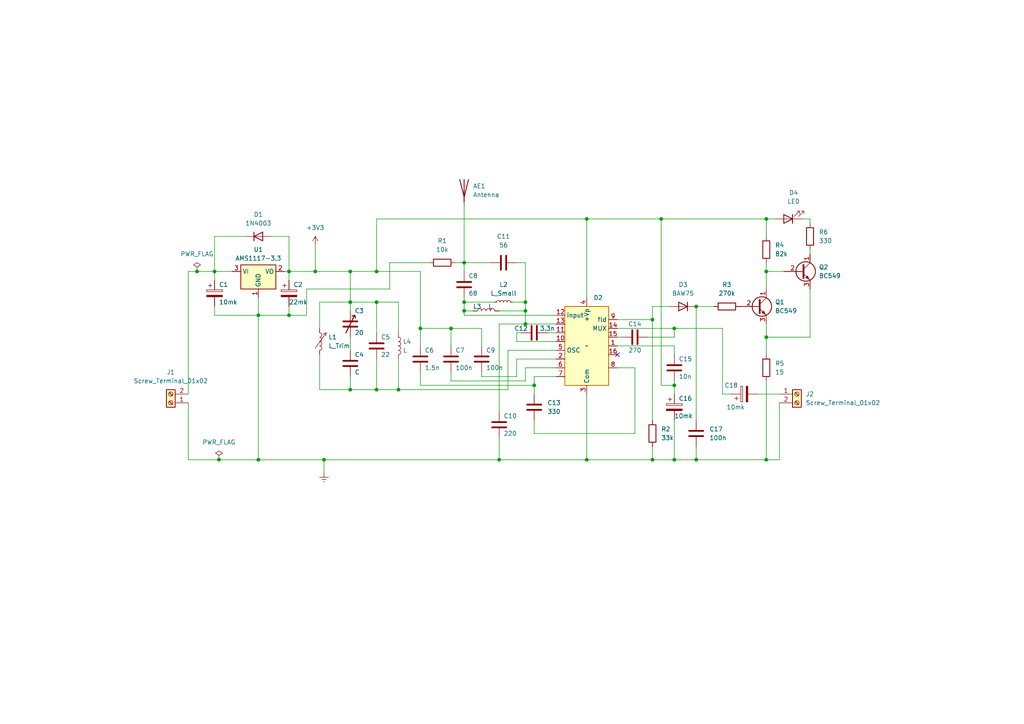
<source format=kicad_sch>
(kicad_sch (version 20230121) (generator eeschema)
  (paper "A4")
  (lib_symbols
    (symbol "Connector:Screw_Terminal_01x02" (pin_names (offset 1.016) hide)
      (property "Reference" "J" (at 0 2.54 0))
      (property "Value" "Screw_Terminal_01x02" (at 0 -5.08 0))
      (symbol "Screw_Terminal_01x02_1_1"
        (rectangle (start -1.27 1.27) (end 1.27 -3.81) (stroke (width 0.254)) (fill (type background)))
        (circle (center 0 -2.54) (radius 0.635) (stroke (width 0.1524)))
        (polyline (pts (xy -0.5334 -2.2098) (xy 0.3302 -3.048)) (stroke (width 0.1524)))
        (polyline (pts (xy -0.5334 0.3302) (xy 0.3302 -0.508)) (stroke (width 0.1524)))
        (polyline (pts (xy -0.3556 -2.032) (xy 0.508 -2.8702)) (stroke (width 0.1524)))
        (polyline (pts (xy -0.3556 0.508) (xy 0.508 -0.3302)) (stroke (width 0.1524)))
        (circle (center 0 0) (radius 0.635) (stroke (width 0.1524)))
        (pin passive line (at -5.08 0 0) (length 3.81) (name "Pin_1") (number "1"))
        (pin passive line (at -5.08 -2.54 0) (length 3.81) (name "Pin_2") (number "2"))
      )
    )
    (symbol "Device:Antenna" (pin_numbers hide) (pin_names (offset 1.016) hide)
      (property "Reference" "AE" (at -1.905 1.905 0))
      (property "Value" "Antenna" (at -1.905 0 0))
      (symbol "Antenna_0_1"
        (polyline (pts (xy 0 2.54) (xy 0 -3.81)) (stroke (width 0.254)))
        (polyline (pts (xy 1.27 2.54) (xy 0 -2.54) (xy -1.27 2.54)) (stroke (width 0.254)))
      )
      (symbol "Antenna_1_1"
        (pin input line (at 0 -5.08 90) (length 2.54) (name "A") (number "1"))
      )
    )
    (symbol "Device:C" (pin_numbers hide) (pin_names (offset 0.254))
      (property "Reference" "C" (at 0.635 2.54 0))
      (property "Value" "C" (at 0.635 -2.54 0))
      (symbol "C_0_1"
        (polyline (pts (xy -2.032 -0.762) (xy 2.032 -0.762)) (stroke (width 0.508)))
        (polyline (pts (xy -2.032 0.762) (xy 2.032 0.762)) (stroke (width 0.508)))
      )
      (symbol "C_1_1"
        (pin passive line (at 0 3.81 270) (length 2.794) (name "~") (number "1"))
        (pin passive line (at 0 -3.81 90) (length 2.794) (name "~") (number "2"))
      )
    )
    (symbol "Device:C_Polarized" (pin_numbers hide) (pin_names (offset 0.254))
      (property "Reference" "C" (at 0.635 2.54 0))
      (property "Value" "C_Polarized" (at 0.635 -2.54 0))
      (symbol "C_Polarized_0_1"
        (rectangle (start -2.286 0.508) (end 2.286 1.016))
        (polyline (pts (xy -1.778 2.286) (xy -0.762 2.286)))
        (polyline (pts (xy -1.27 2.794) (xy -1.27 1.778)))
        (rectangle (start 2.286 -0.508) (end -2.286 -1.016) (fill (type outline)))
      )
      (symbol "C_Polarized_1_1"
        (pin passive line (at 0 3.81 270) (length 2.794) (name "~") (number "1"))
        (pin passive line (at 0 -3.81 90) (length 2.794) (name "~") (number "2"))
      )
    )
    (symbol "Device:C_Variable" (pin_numbers hide) (pin_names (offset 0.254) hide)
      (property "Reference" "C" (at 0.635 -1.905 0))
      (property "Value" "C_Variable" (at 0.635 -3.81 0))
      (symbol "C_Variable_0_1"
        (polyline (pts (xy -2.032 -0.762) (xy 2.032 -0.762)) (stroke (width 0.508)))
        (polyline (pts (xy -2.032 0.762) (xy 2.032 0.762)) (stroke (width 0.508)))
        (polyline (pts (xy 1.27 2.54) (xy -1.27 -2.54)) (stroke (width 0.3048)))
        (polyline (pts (xy 1.27 2.54) (xy 0.508 2.286)) (stroke (width 0.3048)))
        (polyline (pts (xy 1.27 2.54) (xy 1.524 1.778)) (stroke (width 0.3048)))
      )
      (symbol "C_Variable_1_1"
        (pin passive line (at 0 3.81 270) (length 3.048) (name "~") (number "1"))
        (pin passive line (at 0 -3.81 90) (length 3.048) (name "~") (number "2"))
      )
    )
    (symbol "Device:L" (pin_numbers hide) (pin_names (offset 1.016) hide)
      (property "Reference" "L" (at -1.27 0 90))
      (property "Value" "L" (at 1.905 0 90))
      (symbol "L_0_1"
        (arc (start 0 -2.54) (mid 0.6323 -1.905) (end 0 -1.27))
        (arc (start 0 -1.27) (mid 0.6323 -0.635) (end 0 0))
        (arc (start 0 0) (mid 0.6323 0.635) (end 0 1.27))
        (arc (start 0 1.27) (mid 0.6323 1.905) (end 0 2.54))
      )
      (symbol "L_1_1"
        (pin passive line (at 0 3.81 270) (length 1.27) (name "1") (number "1"))
        (pin passive line (at 0 -3.81 90) (length 1.27) (name "2") (number "2"))
      )
    )
    (symbol "Device:LED" (pin_numbers hide) (pin_names (offset 1.016) hide)
      (property "Reference" "D" (at 0 2.54 0))
      (property "Value" "LED" (at 0 -2.54 0))
      (symbol "LED_0_1"
        (polyline (pts (xy -1.27 -1.27) (xy -1.27 1.27)) (stroke (width 0.254)))
        (polyline (pts (xy -1.27 0) (xy 1.27 0)))
        (polyline (pts (xy 1.27 -1.27) (xy 1.27 1.27) (xy -1.27 0) (xy 1.27 -1.27)) (stroke (width 0.254)))
        (polyline (pts (xy -3.048 -0.762) (xy -4.572 -2.286) (xy -3.81 -2.286) (xy -4.572 -2.286) (xy -4.572 -1.524)))
        (polyline (pts (xy -1.778 -0.762) (xy -3.302 -2.286) (xy -2.54 -2.286) (xy -3.302 -2.286) (xy -3.302 -1.524)))
      )
      (symbol "LED_1_1"
        (pin passive line (at -3.81 0 0) (length 2.54) (name "K") (number "1"))
        (pin passive line (at 3.81 0 180) (length 2.54) (name "A") (number "2"))
      )
    )
    (symbol "Device:L_Small" (pin_numbers hide) (pin_names (offset 0.254) hide)
      (property "Reference" "L" (at 0.762 1.016 0))
      (property "Value" "L_Small" (at 0.762 -1.016 0))
      (symbol "L_Small_0_1"
        (arc (start 0 -2.032) (mid 0.5058 -1.524) (end 0 -1.016))
        (arc (start 0 -1.016) (mid 0.5058 -0.508) (end 0 0))
        (arc (start 0 0) (mid 0.5058 0.508) (end 0 1.016))
        (arc (start 0 1.016) (mid 0.5058 1.524) (end 0 2.032))
      )
      (symbol "L_Small_1_1"
        (pin passive line (at 0 2.54 270) (length 0.508) (name "~") (number "1"))
        (pin passive line (at 0 -2.54 90) (length 0.508) (name "~") (number "2"))
      )
    )
    (symbol "Device:L_Trim" (pin_numbers hide) (pin_names (offset 1.016) hide)
      (property "Reference" "L" (at -1.905 0 90))
      (property "Value" "L_Trim" (at 3.175 0 90))
      (symbol "L_Trim_0_1"
        (arc (start 0 -2.54) (mid 0.6323 -1.905) (end 0 -1.27))
        (arc (start 0 -1.27) (mid 0.6323 -0.635) (end 0 0))
        (polyline (pts (xy -1.27 -1.905) (xy 1.905 2.54)))
        (polyline (pts (xy 1.905 2.54) (xy 1.016 2.159)))
        (polyline (pts (xy 1.905 2.54) (xy 1.778 1.651)))
        (arc (start 0 0) (mid 0.6323 0.635) (end 0 1.27))
        (arc (start 0 1.27) (mid 0.6323 1.905) (end 0 2.54))
      )
      (symbol "L_Trim_1_1"
        (pin passive line (at 0 3.81 270) (length 1.27) (name "1") (number "1"))
        (pin passive line (at 0 -3.81 90) (length 1.27) (name "2") (number "2"))
      )
    )
    (symbol "Device:R" (pin_numbers hide) (pin_names (offset 0))
      (property "Reference" "R" (at 2.032 0 90))
      (property "Value" "R" (at 0 0 90))
      (symbol "R_0_1"
        (rectangle (start -1.016 -2.54) (end 1.016 2.54) (stroke (width 0.254)))
      )
      (symbol "R_1_1"
        (pin passive line (at 0 3.81 270) (length 1.27) (name "~") (number "1"))
        (pin passive line (at 0 -3.81 90) (length 1.27) (name "~") (number "2"))
      )
    )
    (symbol "Diode:1N4003" (pin_numbers hide) (pin_names hide)
      (property "Reference" "D" (at 0 2.54 0))
      (property "Value" "1N4003" (at 0 -2.54 0))
      (symbol "1N4003_0_1"
        (polyline (pts (xy -1.27 1.27) (xy -1.27 -1.27)) (stroke (width 0.254)))
        (polyline (pts (xy 1.27 0) (xy -1.27 0)))
        (polyline (pts (xy 1.27 1.27) (xy 1.27 -1.27) (xy -1.27 0) (xy 1.27 1.27)) (stroke (width 0.254)))
      )
      (symbol "1N4003_1_1"
        (pin passive line (at -3.81 0 0) (length 2.54) (name "K") (number "1"))
        (pin passive line (at 3.81 0 180) (length 2.54) (name "A") (number "2"))
      )
    )
    (symbol "Diode:BAW75" (pin_numbers hide) (pin_names hide)
      (property "Reference" "D" (at 0 2.54 0))
      (property "Value" "BAW75" (at 0 -2.54 0))
      (symbol "BAW75_0_1"
        (polyline (pts (xy -1.27 1.27) (xy -1.27 -1.27)) (stroke (width 0.254)))
        (polyline (pts (xy 1.27 0) (xy -1.27 0)))
        (polyline (pts (xy 1.27 1.27) (xy 1.27 -1.27) (xy -1.27 0) (xy 1.27 1.27)) (stroke (width 0.254)))
      )
      (symbol "BAW75_1_1"
        (pin passive line (at -3.81 0 0) (length 2.54) (name "K") (number "1"))
        (pin passive line (at 3.81 0 180) (length 2.54) (name "A") (number "2"))
      )
    )
    (symbol "FM:TDA7021t"
      (property "Reference" "D" (at 0 0 0))
      (symbol "TDA7021t_1_1"
        (rectangle (start -6.35 11.43) (end 6.35 -11.43) (stroke (width 0.254) (color 204 102 0 1)) (fill (type background)))
        (pin passive line (at 8.89 0 180) (length 2.54) (name "") (number "1"))
        (pin passive line (at -8.89 1.27 0) (length 2.54) (name "") (number "10"))
        (pin passive line (at -8.89 3.81 0) (length 2.54) (name "") (number "11"))
        (pin input line (at -8.89 8.89 0) (length 2.54) (name "input") (number "12"))
        (pin passive line (at -8.89 6.35 0) (length 2.54) (name "") (number "13"))
        (pin output line (at 8.89 5.08 180) (length 2.54) (name "MUX") (number "14"))
        (pin passive line (at 8.89 2.54 180) (length 2.54) (name "") (number "15"))
        (pin passive line (at 8.89 -2.54 180) (length 2.54) (name "") (number "16"))
        (pin passive line (at -8.89 -3.81 0) (length 2.54) (name "") (number "2"))
        (pin power_in line (at 0 -13.97 90) (length 2.54) (name "Com") (number "3"))
        (pin power_in line (at 0 13.97 270) (length 2.54) (name "+Vp") (number "4"))
        (pin passive line (at -8.89 -1.27 0) (length 2.54) (name "OSC") (number "5"))
        (pin passive line (at -8.89 -6.35 0) (length 2.54) (name "") (number "6"))
        (pin passive line (at -8.89 -8.89 0) (length 2.54) (name "") (number "7"))
        (pin passive line (at 8.89 -6.35 180) (length 2.54) (name "") (number "8"))
        (pin output line (at 8.89 7.62 180) (length 2.54) (name "fld") (number "9"))
      )
    )
    (symbol "Regulator_Linear:AMS1117-3.3"
      (property "Reference" "U" (at -3.81 3.175 0))
      (property "Value" "AMS1117-3.3" (at 0 3.175 0))
      (symbol "AMS1117-3.3_0_1"
        (rectangle (start -5.08 -5.08) (end 5.08 1.905) (stroke (width 0.254)) (fill (type background)))
      )
      (symbol "AMS1117-3.3_1_1"
        (pin power_in line (at 0 -7.62 90) (length 2.54) (name "GND") (number "1"))
        (pin power_out line (at 7.62 0 180) (length 2.54) (name "VO") (number "2"))
        (pin power_in line (at -7.62 0 0) (length 2.54) (name "VI") (number "3"))
      )
    )
    (symbol "Transistor_BJT:BC549" (pin_names (offset 0) hide)
      (property "Reference" "Q" (at 5.08 1.905 0))
      (property "Value" "BC549" (at 5.08 0 0))
      (symbol "BC549_0_1"
        (polyline (pts (xy 0 0) (xy 0.635 0)))
        (polyline (pts (xy 0.635 0.635) (xy 2.54 2.54)))
        (polyline (pts (xy 0.635 -0.635) (xy 2.54 -2.54) (xy 2.54 -2.54)))
        (polyline (pts (xy 0.635 1.905) (xy 0.635 -1.905) (xy 0.635 -1.905)) (stroke (width 0.508)))
        (polyline (pts (xy 1.27 -1.778) (xy 1.778 -1.27) (xy 2.286 -2.286) (xy 1.27 -1.778) (xy 1.27 -1.778)) (fill (type outline)))
        (circle (center 1.27 0) (radius 2.8194) (stroke (width 0.254)))
      )
      (symbol "BC549_1_1"
        (pin passive line (at 2.54 5.08 270) (length 2.54) (name "C") (number "1"))
        (pin input line (at -5.08 0 0) (length 5.08) (name "B") (number "2"))
        (pin passive line (at 2.54 -5.08 90) (length 2.54) (name "E") (number "3"))
      )
    )
    (symbol "power:+3V3" (power) (pin_names (offset 0))
      (property "Value" "+3V3" (at 0 3.556 0))
      (symbol "+3V3_0_1"
        (polyline (pts (xy -0.762 1.27) (xy 0 2.54)))
        (polyline (pts (xy 0 0) (xy 0 2.54)))
        (polyline (pts (xy 0 2.54) (xy 0.762 1.27)))
      )
      (symbol "+3V3_1_1"
        (pin power_in line (at 0 0 90) (length 0) hide (name "+3V3") (number "1"))
      )
    )
    (symbol "power:Earth" (power) (pin_names (offset 0))
      (symbol "Earth_0_1"
        (polyline (pts (xy -0.635 -1.905) (xy 0.635 -1.905)))
        (polyline (pts (xy -0.127 -2.54) (xy 0.127 -2.54)))
        (polyline (pts (xy 0 -1.27) (xy 0 0)))
        (polyline (pts (xy 1.27 -1.27) (xy -1.27 -1.27)))
      )
      (symbol "Earth_1_1"
        (pin power_in line (at 0 0 270) (length 0) hide (name "Earth") (number "1"))
      )
    )
    (symbol "power:PWR_FLAG" (power) (pin_numbers hide) (pin_names (offset 0) hide)
      (property "Value" "PWR_FLAG" (at 0 3.81 0))
      (symbol "PWR_FLAG_0_0"
        (pin power_out line (at 0 0 90) (length 0) (name "pwr") (number "1"))
      )
      (symbol "PWR_FLAG_0_1"
        (polyline (pts (xy 0 0) (xy 0 1.27) (xy -1.016 1.905) (xy 0 2.54) (xy 1.016 1.905) (xy 0 1.27)))
      )
    )
  )
  (junction (at 195.58 133.35))
  (junction (at 201.93 133.35))
  (junction (at 101.6 113.03))
  (junction (at 62.23 78.74))
  (junction (at 115.57 113.03))
  (junction (at 189.23 133.35))
  (junction (at 91.44 78.74))
  (junction (at 83.82 78.74))
  (junction (at 222.25 97.79))
  (junction (at 170.18 133.35))
  (junction (at 154.94 111.76))
  (junction (at 74.93 133.35))
  (junction (at 101.6 87.63))
  (junction (at 152.4 90.17))
  (junction (at 93.98 133.35))
  (junction (at 121.92 95.25))
  (junction (at 134.62 90.17))
  (junction (at 130.81 95.25))
  (junction (at 109.22 113.03))
  (junction (at 201.93 88.9))
  (junction (at 57.15 78.74))
  (junction (at 195.58 95.25))
  (junction (at 63.5 133.35))
  (junction (at 144.78 133.35))
  (junction (at 83.82 91.44))
  (junction (at 74.93 91.44))
  (junction (at 134.62 76.2))
  (junction (at 152.4 93.98))
  (junction (at 191.77 63.5))
  (junction (at 189.23 92.71))
  (junction (at 222.25 133.35))
  (junction (at 195.58 111.76))
  (junction (at 152.4 87.63))
  (junction (at 222.25 63.5))
  (junction (at 222.25 78.74))
  (junction (at 170.18 63.5))
  (junction (at 134.62 87.63))
  (junction (at 109.22 87.63))
  (junction (at 109.22 78.74))
  (junction (at 101.6 78.74))
  (no_connect (at 179.07 102.87))
  (wire (pts (xy 195.58 110.49) (xy 195.58 111.76)))
  (wire (pts (xy 134.62 76.2) (xy 134.62 78.74)))
  (wire (pts (xy 101.6 87.63) (xy 109.22 87.63)))
  (wire (pts (xy 222.25 133.35) (xy 222.25 110.49)))
  (wire (pts (xy 130.81 95.25) (xy 139.7 95.25)))
  (wire (pts (xy 170.18 133.35) (xy 170.18 114.3)))
  (wire (pts (xy 201.93 88.9) (xy 207.01 88.9)))
  (wire (pts (xy 195.58 133.35) (xy 201.93 133.35)))
  (wire (pts (xy 152.4 90.17) (xy 152.4 93.98)))
  (wire (pts (xy 234.95 64.77) (xy 234.95 63.5)))
  (wire (pts (xy 134.62 87.63) (xy 143.51 87.63)))
  (wire (pts (xy 62.23 91.44) (xy 74.93 91.44)))
  (wire (pts (xy 78.74 68.58) (xy 83.82 68.58)))
  (wire (pts (xy 149.86 104.14) (xy 161.29 104.14)))
  (wire (pts (xy 234.95 63.5) (xy 232.41 63.5)))
  (wire (pts (xy 83.82 91.44) (xy 88.9 91.44)))
  (wire (pts (xy 170.18 63.5) (xy 191.77 63.5)))
  (wire (pts (xy 195.58 95.25) (xy 209.55 95.25)))
  (wire (pts (xy 62.23 78.74) (xy 57.15 78.74)))
  (wire (pts (xy 109.22 87.63) (xy 115.57 87.63)))
  (wire (pts (xy 201.93 129.54) (xy 201.93 133.35)))
  (wire (pts (xy 92.71 102.87) (xy 92.71 113.03)))
  (wire (pts (xy 101.6 90.17) (xy 101.6 87.63)))
  (wire (pts (xy 222.25 78.74) (xy 222.25 83.82)))
  (wire (pts (xy 115.57 104.14) (xy 115.57 113.03)))
  (wire (pts (xy 222.25 76.2) (xy 222.25 78.74)))
  (wire (pts (xy 189.23 133.35) (xy 195.58 133.35)))
  (wire (pts (xy 92.71 113.03) (xy 101.6 113.03)))
  (wire (pts (xy 113.03 83.82) (xy 113.03 76.2)))
  (wire (pts (xy 189.23 129.54) (xy 189.23 133.35)))
  (wire (pts (xy 121.92 100.33) (xy 121.92 95.25)))
  (wire (pts (xy 195.58 95.25) (xy 195.58 97.79)))
  (wire (pts (xy 139.7 107.95) (xy 139.7 109.22)))
  (wire (pts (xy 83.82 78.74) (xy 83.82 81.28)))
  (wire (pts (xy 189.23 92.71) (xy 189.23 88.9)))
  (wire (pts (xy 189.23 92.71) (xy 189.23 121.92)))
  (wire (pts (xy 191.77 111.76) (xy 191.77 63.5)))
  (wire (pts (xy 170.18 63.5) (xy 170.18 86.36)))
  (wire (pts (xy 109.22 78.74) (xy 109.22 63.5)))
  (wire (pts (xy 88.9 91.44) (xy 88.9 83.82)))
  (wire (pts (xy 144.78 119.38) (xy 144.78 93.98)))
  (wire (pts (xy 226.06 133.35) (xy 222.25 133.35)))
  (wire (pts (xy 101.6 113.03) (xy 109.22 113.03)))
  (wire (pts (xy 222.25 78.74) (xy 227.33 78.74)))
  (wire (pts (xy 144.78 90.17) (xy 152.4 90.17)))
  (wire (pts (xy 154.94 111.76) (xy 154.94 114.3)))
  (wire (pts (xy 187.96 97.79) (xy 195.58 97.79)))
  (wire (pts (xy 93.98 133.35) (xy 144.78 133.35)))
  (wire (pts (xy 134.62 59.69) (xy 134.62 76.2)))
  (wire (pts (xy 184.15 106.68) (xy 179.07 106.68)))
  (wire (pts (xy 179.07 97.79) (xy 180.34 97.79)))
  (wire (pts (xy 54.61 116.84) (xy 54.61 133.35)))
  (wire (pts (xy 154.94 125.73) (xy 184.15 125.73)))
  (wire (pts (xy 195.58 111.76) (xy 195.58 114.3)))
  (wire (pts (xy 74.93 133.35) (xy 93.98 133.35)))
  (wire (pts (xy 201.93 133.35) (xy 222.25 133.35)))
  (wire (pts (xy 109.22 113.03) (xy 115.57 113.03)))
  (wire (pts (xy 71.12 68.58) (xy 62.23 68.58)))
  (wire (pts (xy 134.62 91.44) (xy 161.29 91.44)))
  (wire (pts (xy 209.55 95.25) (xy 209.55 114.3)))
  (wire (pts (xy 121.92 107.95) (xy 121.92 111.76)))
  (wire (pts (xy 101.6 97.79) (xy 101.6 101.6)))
  (wire (pts (xy 130.81 107.95) (xy 130.81 110.49)))
  (wire (pts (xy 134.62 86.36) (xy 134.62 87.63)))
  (wire (pts (xy 74.93 91.44) (xy 74.93 133.35)))
  (wire (pts (xy 201.93 88.9) (xy 201.93 121.92)))
  (wire (pts (xy 74.93 86.36) (xy 74.93 91.44)))
  (wire (pts (xy 154.94 121.92) (xy 154.94 125.73)))
  (wire (pts (xy 161.29 109.22) (xy 154.94 109.22)))
  (wire (pts (xy 151.13 96.52) (xy 149.86 96.52)))
  (wire (pts (xy 234.95 72.39) (xy 234.95 73.66)))
  (wire (pts (xy 134.62 90.17) (xy 137.16 90.17)))
  (wire (pts (xy 170.18 133.35) (xy 189.23 133.35)))
  (wire (pts (xy 109.22 63.5) (xy 170.18 63.5)))
  (wire (pts (xy 222.25 63.5) (xy 222.25 68.58)))
  (wire (pts (xy 147.32 101.6) (xy 161.29 101.6)))
  (wire (pts (xy 134.62 76.2) (xy 142.24 76.2)))
  (wire (pts (xy 91.44 71.12) (xy 91.44 78.74)))
  (wire (pts (xy 209.55 114.3) (xy 212.09 114.3)))
  (wire (pts (xy 83.82 88.9) (xy 83.82 91.44)))
  (wire (pts (xy 226.06 116.84) (xy 226.06 133.35)))
  (wire (pts (xy 54.61 133.35) (xy 63.5 133.35)))
  (wire (pts (xy 62.23 88.9) (xy 62.23 91.44)))
  (wire (pts (xy 195.58 111.76) (xy 191.77 111.76)))
  (wire (pts (xy 144.78 133.35) (xy 170.18 133.35)))
  (wire (pts (xy 152.4 87.63) (xy 152.4 90.17)))
  (wire (pts (xy 130.81 110.49) (xy 152.4 110.49)))
  (wire (pts (xy 132.08 76.2) (xy 134.62 76.2)))
  (wire (pts (xy 115.57 87.63) (xy 115.57 96.52)))
  (wire (pts (xy 219.71 114.3) (xy 226.06 114.3)))
  (wire (pts (xy 54.61 78.74) (xy 54.61 114.3)))
  (wire (pts (xy 149.86 99.06) (xy 161.29 99.06)))
  (wire (pts (xy 189.23 88.9) (xy 194.31 88.9)))
  (wire (pts (xy 130.81 95.25) (xy 130.81 100.33)))
  (wire (pts (xy 158.75 96.52) (xy 161.29 96.52)))
  (wire (pts (xy 184.15 125.73) (xy 184.15 106.68)))
  (wire (pts (xy 88.9 83.82) (xy 113.03 83.82)))
  (wire (pts (xy 83.82 68.58) (xy 83.82 78.74)))
  (wire (pts (xy 149.86 76.2) (xy 152.4 76.2)))
  (wire (pts (xy 152.4 76.2) (xy 152.4 87.63)))
  (wire (pts (xy 67.31 78.74) (xy 62.23 78.74)))
  (wire (pts (xy 74.93 91.44) (xy 83.82 91.44)))
  (wire (pts (xy 144.78 127) (xy 144.78 133.35)))
  (wire (pts (xy 179.07 100.33) (xy 195.58 100.33)))
  (wire (pts (xy 234.95 83.82) (xy 234.95 97.79)))
  (wire (pts (xy 63.5 133.35) (xy 74.93 133.35)))
  (wire (pts (xy 195.58 100.33) (xy 195.58 102.87)))
  (wire (pts (xy 139.7 109.22) (xy 149.86 109.22)))
  (wire (pts (xy 57.15 78.74) (xy 54.61 78.74)))
  (wire (pts (xy 189.23 92.71) (xy 179.07 92.71)))
  (wire (pts (xy 222.25 97.79) (xy 222.25 102.87)))
  (wire (pts (xy 121.92 78.74) (xy 121.92 95.25)))
  (wire (pts (xy 152.4 106.68) (xy 161.29 106.68)))
  (wire (pts (xy 152.4 93.98) (xy 161.29 93.98)))
  (wire (pts (xy 154.94 109.22) (xy 154.94 111.76)))
  (wire (pts (xy 92.71 87.63) (xy 101.6 87.63)))
  (wire (pts (xy 115.57 113.03) (xy 147.32 113.03)))
  (wire (pts (xy 62.23 68.58) (xy 62.23 78.74)))
  (wire (pts (xy 109.22 104.14) (xy 109.22 113.03)))
  (wire (pts (xy 144.78 93.98) (xy 152.4 93.98)))
  (wire (pts (xy 91.44 78.74) (xy 101.6 78.74)))
  (wire (pts (xy 152.4 110.49) (xy 152.4 106.68)))
  (wire (pts (xy 149.86 96.52) (xy 149.86 99.06)))
  (wire (pts (xy 222.25 63.5) (xy 224.79 63.5)))
  (wire (pts (xy 134.62 87.63) (xy 134.62 90.17)))
  (wire (pts (xy 93.98 133.35) (xy 93.98 137.16)))
  (wire (pts (xy 113.03 76.2) (xy 124.46 76.2)))
  (wire (pts (xy 147.32 113.03) (xy 147.32 101.6)))
  (wire (pts (xy 83.82 78.74) (xy 91.44 78.74)))
  (wire (pts (xy 121.92 111.76) (xy 154.94 111.76)))
  (wire (pts (xy 195.58 133.35) (xy 195.58 121.92)))
  (wire (pts (xy 234.95 97.79) (xy 222.25 97.79)))
  (wire (pts (xy 139.7 95.25) (xy 139.7 100.33)))
  (wire (pts (xy 101.6 109.22) (xy 101.6 113.03)))
  (wire (pts (xy 121.92 95.25) (xy 130.81 95.25)))
  (wire (pts (xy 109.22 87.63) (xy 109.22 96.52)))
  (wire (pts (xy 222.25 97.79) (xy 222.25 93.98)))
  (wire (pts (xy 149.86 109.22) (xy 149.86 104.14)))
  (wire (pts (xy 134.62 90.17) (xy 134.62 91.44)))
  (wire (pts (xy 191.77 63.5) (xy 222.25 63.5)))
  (wire (pts (xy 179.07 95.25) (xy 195.58 95.25)))
  (wire (pts (xy 62.23 78.74) (xy 62.23 81.28)))
  (wire (pts (xy 92.71 95.25) (xy 92.71 87.63)))
  (wire (pts (xy 148.59 87.63) (xy 152.4 87.63)))
  (wire (pts (xy 101.6 78.74) (xy 101.6 87.63)))
  (wire (pts (xy 82.55 78.74) (xy 83.82 78.74)))
  (wire (pts (xy 109.22 78.74) (xy 121.92 78.74)))
  (wire (pts (xy 101.6 78.74) (xy 109.22 78.74)))
  (symbol (lib_id "Device:Antenna") (at 134.62 54.61 0) (unit 1)
    (property "Reference" "AE1" (at 137.16 53.975 0) (effects (justify left)))
    (property "Value" "Antenna" (at 137.16 56.515 0) (effects (justify left)))
    (property "Footprint" "Connector_Pin:Pin_D1.3mm_L11.3mm_W2.8mm_Flat" (effects hide))
  )
  (symbol (lib_id "Device:C") (at 109.22 100.33 0) (unit 1)
    (property "Reference" "C5" (at 110.49 97.79 0) (effects (justify left)))
    (property "Value" "22" (at 110.49 102.87 0) (effects (justify left)))
    (property "Footprint" "Capacitor_THT:C_Rect_L11.0mm_W2.8mm_P10.00mm_MKT" (effects hide))
  )
  (symbol (lib_id "Device:C_Variable") (at 101.6 93.98 0) (unit 1)
    (property "Reference" "C3" (at 102.87 90.17 0) (effects (justify left)))
    (property "Value" "20" (at 102.87 96.52 0) (effects (justify left)))
    (property "Footprint" "my_library:Capasitor_Variable" (effects hide))
  )
  (symbol (lib_id "Device:C_Polarized") (at 83.82 85.09 0) (unit 1)
    (property "Reference" "C2" (at 85.09 82.55 0) (effects (justify left)))
    (property "Value" "22mk" (at 83.82 87.63 0) (effects (justify left)))
    (property "Footprint" "Capacitor_THT:C_Radial_D6.3mm_H5.0mm_P2.50mm" (effects hide))
  )
  (symbol (lib_id "Device:C") (at 101.6 105.41 0) (unit 1)
    (property "Reference" "C4" (at 102.87 102.87 0) (effects (justify left)))
    (property "Value" "C" (at 102.87 107.95 0) (effects (justify left)))
    (property "Footprint" "Capacitor_THT:C_Rect_L11.0mm_W2.8mm_P10.00mm_MKT" (effects hide))
  )
  (symbol (lib_id "Device:L") (at 140.97 90.17 90) (unit 1)
    (property "Reference" "L3" (at 138.43 88.9 90))
    (property "Value" "L" (at 142.24 88.9 90))
    (property "Footprint" "Inductor_SMD:L_1206_3216Metric_Pad1.22x1.90mm_HandSolder" (effects hide))
  )
  (symbol (lib_id "power:PWR_FLAG") (at 57.15 78.74 0) (unit 1)
    (property "Reference" "#FLG01" (effects hide))
    (property "Value" "PWR_FLAG" (at 57.15 73.66 0))
  )
  (symbol (lib_id "power:PWR_FLAG") (at 63.5 133.35 0) (unit 1)
    (property "Reference" "#FLG02" (effects hide))
    (property "Value" "PWR_FLAG" (at 63.5 128.27 0))
  )
  (symbol (lib_id "Device:C") (at 121.92 104.14 0) (unit 1)
    (property "Reference" "C6" (at 123.19 101.6 0) (effects (justify left)))
    (property "Value" "1.5n" (at 123.19 106.68 0) (effects (justify left)))
    (property "Footprint" "Capacitor_THT:C_Rect_L4.0mm_W2.5mm_P2.50mm" (effects hide))
  )
  (symbol (lib_id "Device:C") (at 146.05 76.2 90) (unit 1)
    (property "Reference" "C11" (at 146.05 68.58 90))
    (property "Value" "56" (at 146.05 71.12 90))
    (property "Footprint" "Capacitor_THT:C_Rect_L11.0mm_W2.8mm_P10.00mm_MKT" (effects hide))
  )
  (symbol (lib_id "Device:R") (at 222.25 72.39 0) (unit 1)
    (property "Reference" "R4" (at 224.79 71.12 0) (effects (justify left)))
    (property "Value" "82k" (at 224.79 73.66 0) (effects (justify left)))
    (property "Footprint" "Resistor_SMD:R_1206_3216Metric_Pad1.30x1.75mm_HandSolder" (effects hide))
  )
  (symbol (lib_id "Device:R") (at 189.23 125.73 0) (unit 1)
    (property "Reference" "R2" (at 191.77 124.46 0) (effects (justify left)))
    (property "Value" "33k" (at 191.77 127 0) (effects (justify left)))
    (property "Footprint" "Resistor_SMD:R_1206_3216Metric_Pad1.30x1.75mm_HandSolder" (effects hide))
  )
  (symbol (lib_id "Connector:Screw_Terminal_01x02") (at 49.53 116.84 180) (unit 1)
    (property "Reference" "J1" (at 49.53 107.95 0))
    (property "Value" "Screw_Terminal_01x02" (at 49.53 110.49 0))
    (property "Footprint" "TerminalBlock_Altech:Altech_AK300_1x02_P5.00mm_45-Degree" (effects hide))
  )
  (symbol (lib_id "Connector:Screw_Terminal_01x02") (at 231.14 114.3 0) (unit 1)
    (property "Reference" "J2" (at 233.68 114.3 0) (effects (justify left)))
    (property "Value" "Screw_Terminal_01x02" (at 233.68 116.84 0) (effects (justify left)))
    (property "Footprint" "TerminalBlock_Altech:Altech_AK300_1x02_P5.00mm_45-Degree" (effects hide))
  )
  (symbol (lib_id "Device:C") (at 195.58 106.68 0) (unit 1)
    (property "Reference" "C15" (at 196.85 104.14 0) (effects (justify left)))
    (property "Value" "10n" (at 196.85 109.22 0) (effects (justify left)))
    (property "Footprint" "Capacitor_SMD:C_1206_3216Metric_Pad1.33x1.80mm_HandSolder" (effects hide))
  )
  (symbol (lib_id "Device:C") (at 139.7 104.14 0) (unit 1)
    (property "Reference" "C9" (at 140.97 101.6 0) (effects (justify left)))
    (property "Value" "100n" (at 140.97 106.68 0) (effects (justify left)))
    (property "Footprint" "Capacitor_THT:C_Axial_L5.1mm_D3.1mm_P15.00mm_Horizontal" (effects hide))
  )
  (symbol (lib_id "Device:L") (at 115.57 100.33 0) (unit 1)
    (property "Reference" "L4" (at 116.84 99.06 0) (effects (justify left)))
    (property "Value" "L" (at 116.84 101.6 0) (effects (justify left)))
    (property "Footprint" "Inductor_SMD:L_1206_3216Metric_Pad1.22x1.90mm_HandSolder" (effects hide))
  )
  (symbol (lib_id "Transistor_BJT:BC549") (at 232.41 78.74 0) (unit 1)
    (property "Reference" "Q2" (at 237.49 77.47 0) (effects (justify left)))
    (property "Value" "BC549" (at 237.49 80.01 0) (effects (justify left)))
    (property "Footprint" "Package_TO_SOT_THT:TO-92_Inline" (effects hide))
    (property "Datasheet" "https://www.onsemi.com/pub/Collateral/BC550-D.pdf" (effects hide))
  )
  (symbol (lib_id "Diode:1N4003") (at 74.93 68.58 0) (unit 1)
    (property "Reference" "D1" (at 74.93 62.23 0))
    (property "Value" "1N4003" (at 74.93 64.77 0))
    (property "Footprint" "Diode_THT:D_DO-41_SOD81_P10.16mm_Horizontal" (effects hide))
    (property "Datasheet" "http://www.vishay.com/docs/88503/1n4001.pdf" (effects hide))
    (property "Sim.Device" "D" (effects hide))
    (property "Sim.Pins" "1=K 2=A" (effects hide))
  )
  (symbol (lib_id "Diode:BAW75") (at 198.12 88.9 180) (unit 1)
    (property "Reference" "D3" (at 198.12 82.55 0))
    (property "Value" "BAW75" (at 198.12 85.09 0))
    (property "Footprint" "Diode_THT:D_DO-35_SOD27_P7.62mm_Horizontal" (effects hide))
    (property "Datasheet" "http://www.vishay.com/docs/85550/baw75.pdf" (effects hide))
    (property "Sim.Device" "D" (effects hide))
    (property "Sim.Pins" "1=K 2=A" (effects hide))
  )
  (symbol (lib_id "Transistor_BJT:BC549") (at 219.71 88.9 0) (unit 1)
    (property "Reference" "Q1" (at 224.79 87.63 0) (effects (justify left)))
    (property "Value" "BC549" (at 224.79 90.17 0) (effects (justify left)))
    (property "Footprint" "Package_TO_SOT_THT:TO-92_Inline" (effects hide))
    (property "Datasheet" "https://www.onsemi.com/pub/Collateral/BC550-D.pdf" (effects hide))
  )
  (symbol (lib_id "Device:C_Polarized") (at 195.58 118.11 0) (unit 1)
    (property "Reference" "C16" (at 196.85 115.57 0) (effects (justify left)))
    (property "Value" "10mk" (at 195.58 120.65 0) (effects (justify left)))
    (property "Footprint" "Capacitor_THT:CP_Radial_D5.0mm_P2.00mm" (effects hide))
  )
  (symbol (lib_id "power:Earth") (at 93.98 137.16 0) (unit 1)
    (property "Reference" "#PWR02" (effects hide))
    (property "Value" "Earth" (effects hide))
  )
  (symbol (lib_id "Device:R") (at 222.25 106.68 0) (unit 1)
    (property "Reference" "R5" (at 224.79 105.41 0) (effects (justify left)))
    (property "Value" "15" (at 224.79 107.95 0) (effects (justify left)))
    (property "Footprint" "Resistor_SMD:R_1206_3216Metric_Pad1.30x1.75mm_HandSolder" (effects hide))
  )
  (symbol (lib_id "Device:R") (at 210.82 88.9 90) (unit 1)
    (property "Reference" "R3" (at 210.82 82.55 90))
    (property "Value" "270k" (at 210.82 85.09 90))
    (property "Footprint" "Resistor_SMD:R_1206_3216Metric_Pad1.30x1.75mm_HandSolder" (effects hide))
  )
  (symbol (lib_id "Device:C") (at 134.62 82.55 0) (unit 1)
    (property "Reference" "C8" (at 135.89 80.01 0) (effects (justify left)))
    (property "Value" "68" (at 135.89 85.09 0) (effects (justify left)))
    (property "Footprint" "Capacitor_THT:C_Rect_L11.0mm_W2.8mm_P10.00mm_MKT" (effects hide))
  )
  (symbol (lib_id "Device:C") (at 144.78 123.19 0) (unit 1)
    (property "Reference" "C10" (at 146.05 120.65 0) (effects (justify left)))
    (property "Value" "220" (at 146.05 125.73 0) (effects (justify left)))
    (property "Footprint" "Capacitor_THT:C_Rect_L4.6mm_W2.0mm_P2.50mm_MKS02_FKP02" (effects hide))
  )
  (symbol (lib_id "FM:TDA7021t") (at 170.18 100.33 0) (unit 1)
    (property "Reference" "D2" (at 172.1359 86.36 0) (effects (justify left)))
    (property "Value" "~" (at 170.18 100.33 0))
    (property "Footprint" "Package_SO:SO-16_3.9x9.9mm_P1.27mm" (effects hide))
  )
  (symbol (lib_id "power:+3V3") (at 91.44 71.12 0) (unit 1)
    (property "Reference" "#PWR01" (effects hide))
    (property "Value" "+3V3" (at 91.44 66.04 0))
  )
  (symbol (lib_id "Device:C") (at 130.81 104.14 0) (unit 1)
    (property "Reference" "C7" (at 132.08 101.6 0) (effects (justify left)))
    (property "Value" "100n" (at 132.08 106.68 0) (effects (justify left)))
    (property "Footprint" "Capacitor_THT:C_Axial_L5.1mm_D3.1mm_P15.00mm_Horizontal" (effects hide))
  )
  (symbol (lib_id "Device:C") (at 184.15 97.79 90) (unit 1)
    (property "Reference" "C14" (at 184.15 93.98 90))
    (property "Value" "270" (at 184.15 101.6 90))
    (property "Footprint" "Capacitor_THT:C_Rect_L10.0mm_W2.5mm_P7.50mm_MKS4" (effects hide))
  )
  (symbol (lib_id "Device:R") (at 128.27 76.2 90) (unit 1)
    (property "Reference" "R1" (at 128.27 69.85 90))
    (property "Value" "10k" (at 128.27 72.39 90))
    (property "Footprint" "Resistor_SMD:R_1206_3216Metric_Pad1.30x1.75mm_HandSolder" (effects hide))
  )
  (symbol (lib_id "Device:C_Polarized") (at 215.9 114.3 90) (unit 1)
    (property "Reference" "C18" (at 212.09 111.76 90))
    (property "Value" "10mk" (at 213.36 118.11 90))
    (property "Footprint" "Capacitor_THT:CP_Radial_D5.0mm_P2.00mm" (effects hide))
  )
  (symbol (lib_id "Device:C_Polarized") (at 62.23 85.09 0) (unit 1)
    (property "Reference" "C1" (at 63.5 82.55 0) (effects (justify left)))
    (property "Value" "10mk" (at 63.5 87.63 0) (effects (justify left)))
    (property "Footprint" "Capacitor_THT:CP_Radial_D5.0mm_P2.00mm" (effects hide))
  )
  (symbol (lib_id "Device:L_Small") (at 146.05 87.63 90) (unit 1)
    (property "Reference" "L2" (at 146.05 82.55 90))
    (property "Value" "L_Small" (at 146.05 85.09 90))
    (property "Footprint" "Inductor_THT:L_Radial_L10.2mm_W10.2mm_Px7.62mm_Py7.62mm_Pulse_LP-30" (effects hide))
  )
  (symbol (lib_id "Device:C") (at 201.93 125.73 0) (unit 1)
    (property "Reference" "C17" (at 205.74 124.46 0) (effects (justify left)))
    (property "Value" "100n" (at 205.74 127 0) (effects (justify left)))
    (property "Footprint" "Capacitor_THT:C_Axial_L5.1mm_D3.1mm_P15.00mm_Horizontal" (effects hide))
  )
  (symbol (lib_id "Device:R") (at 234.95 68.58 0) (unit 1)
    (property "Reference" "R6" (at 237.49 67.31 0) (effects (justify left)))
    (property "Value" "330" (at 237.49 69.85 0) (effects (justify left)))
    (property "Footprint" "Resistor_SMD:R_1206_3216Metric_Pad1.30x1.75mm_HandSolder" (effects hide))
  )
  (symbol (lib_id "Device:L_Trim") (at 92.71 99.06 0) (unit 1)
    (property "Reference" "L1" (at 95.25 97.79 0) (effects (justify left)))
    (property "Value" "L_Trim" (at 95.25 100.33 0) (effects (justify left)))
    (property "Footprint" "Inductor_THT:L_Radial_L10.2mm_W10.2mm_Px7.62mm_Py7.62mm_Pulse_LP-30" (effects hide))
  )
  (symbol (lib_id "Regulator_Linear:AMS1117-3.3") (at 74.93 78.74 0) (unit 1)
    (property "Reference" "U1" (at 74.93 72.39 0))
    (property "Value" "AMS1117-3.3" (at 74.93 74.93 0))
    (property "Footprint" "Package_TO_SOT_SMD:SOT-223-3_TabPin2" (effects hide))
    (property "Datasheet" "http://www.advanced-monolithic.com/pdf/ds1117.pdf" (effects hide))
  )
  (symbol (lib_id "Device:C") (at 154.94 118.11 0) (unit 1)
    (property "Reference" "C13" (at 158.75 116.84 0) (effects (justify left)))
    (property "Value" "330" (at 158.75 119.38 0) (effects (justify left)))
    (property "Footprint" "Capacitor_THT:C_Rect_L9.0mm_W2.5mm_P7.50mm_MKT" (effects hide))
  )
  (symbol (lib_id "Device:LED") (at 228.6 63.5 180) (unit 1)
    (property "Reference" "D4" (at 230.1875 55.88 0))
    (property "Value" "LED" (at 230.1875 58.42 0))
    (property "Footprint" "LED_THT:LED_D3.0mm" (effects hide))
  )
  (symbol (lib_id "Device:C") (at 154.94 96.52 90) (unit 1)
    (property "Reference" "C12" (at 151.13 95.25 90))
    (property "Value" "3.3n" (at 158.75 95.25 90))
    (property "Footprint" "Capacitor_THT:C_Rect_L11.0mm_W2.8mm_P10.00mm_MKT" (effects hide))
  )
)
</source>
